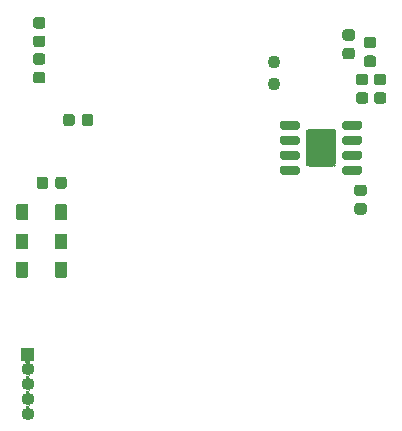
<source format=gbr>
G04 #@! TF.GenerationSoftware,KiCad,Pcbnew,5.1.8-1.fc33*
G04 #@! TF.CreationDate,2020-11-26T22:59:41+01:00*
G04 #@! TF.ProjectId,venom,76656e6f-6d2e-46b6-9963-61645f706362,rev?*
G04 #@! TF.SameCoordinates,Original*
G04 #@! TF.FileFunction,Soldermask,Bot*
G04 #@! TF.FilePolarity,Negative*
%FSLAX46Y46*%
G04 Gerber Fmt 4.6, Leading zero omitted, Abs format (unit mm)*
G04 Created by KiCad (PCBNEW 5.1.8-1.fc33) date 2020-11-26 22:59:41*
%MOMM*%
%LPD*%
G01*
G04 APERTURE LIST*
%ADD10C,1.102000*%
%ADD11O,1.102000X1.102000*%
%ADD12C,0.100000*%
G04 APERTURE END LIST*
D10*
X167894000Y-109728000D03*
X167894000Y-107828000D03*
G36*
G01*
X147774000Y-118361750D02*
X147774000Y-117798250D01*
G75*
G02*
X148018250Y-117554000I244250J0D01*
G01*
X148506750Y-117554000D01*
G75*
G02*
X148751000Y-117798250I0J-244250D01*
G01*
X148751000Y-118361750D01*
G75*
G02*
X148506750Y-118606000I-244250J0D01*
G01*
X148018250Y-118606000D01*
G75*
G02*
X147774000Y-118361750I0J244250D01*
G01*
G37*
G36*
G01*
X149349000Y-118361750D02*
X149349000Y-117798250D01*
G75*
G02*
X149593250Y-117554000I244250J0D01*
G01*
X150081750Y-117554000D01*
G75*
G02*
X150326000Y-117798250I0J-244250D01*
G01*
X150326000Y-118361750D01*
G75*
G02*
X150081750Y-118606000I-244250J0D01*
G01*
X149593250Y-118606000D01*
G75*
G02*
X149349000Y-118361750I0J244250D01*
G01*
G37*
G36*
G01*
X146039000Y-123670000D02*
X146039000Y-122470000D01*
G75*
G02*
X146090000Y-122419000I51000J0D01*
G01*
X146990000Y-122419000D01*
G75*
G02*
X147041000Y-122470000I0J-51000D01*
G01*
X147041000Y-123670000D01*
G75*
G02*
X146990000Y-123721000I-51000J0D01*
G01*
X146090000Y-123721000D01*
G75*
G02*
X146039000Y-123670000I0J51000D01*
G01*
G37*
G36*
G01*
X149339000Y-123670000D02*
X149339000Y-122470000D01*
G75*
G02*
X149390000Y-122419000I51000J0D01*
G01*
X150290000Y-122419000D01*
G75*
G02*
X150341000Y-122470000I0J-51000D01*
G01*
X150341000Y-123670000D01*
G75*
G02*
X150290000Y-123721000I-51000J0D01*
G01*
X149390000Y-123721000D01*
G75*
G02*
X149339000Y-123670000I0J51000D01*
G01*
G37*
G36*
G01*
X147041000Y-124850000D02*
X147041000Y-126050000D01*
G75*
G02*
X146990000Y-126101000I-51000J0D01*
G01*
X146090000Y-126101000D01*
G75*
G02*
X146039000Y-126050000I0J51000D01*
G01*
X146039000Y-124850000D01*
G75*
G02*
X146090000Y-124799000I51000J0D01*
G01*
X146990000Y-124799000D01*
G75*
G02*
X147041000Y-124850000I0J-51000D01*
G01*
G37*
G36*
G01*
X150341000Y-124850000D02*
X150341000Y-126050000D01*
G75*
G02*
X150290000Y-126101000I-51000J0D01*
G01*
X149390000Y-126101000D01*
G75*
G02*
X149339000Y-126050000I0J51000D01*
G01*
X149339000Y-124850000D01*
G75*
G02*
X149390000Y-124799000I51000J0D01*
G01*
X150290000Y-124799000D01*
G75*
G02*
X150341000Y-124850000I0J-51000D01*
G01*
G37*
G36*
G01*
X146049000Y-121160000D02*
X146049000Y-119960000D01*
G75*
G02*
X146100000Y-119909000I51000J0D01*
G01*
X147000000Y-119909000D01*
G75*
G02*
X147051000Y-119960000I0J-51000D01*
G01*
X147051000Y-121160000D01*
G75*
G02*
X147000000Y-121211000I-51000J0D01*
G01*
X146100000Y-121211000D01*
G75*
G02*
X146049000Y-121160000I0J51000D01*
G01*
G37*
G36*
G01*
X149349000Y-121160000D02*
X149349000Y-119960000D01*
G75*
G02*
X149400000Y-119909000I51000J0D01*
G01*
X150300000Y-119909000D01*
G75*
G02*
X150351000Y-119960000I0J-51000D01*
G01*
X150351000Y-121160000D01*
G75*
G02*
X150300000Y-121211000I-51000J0D01*
G01*
X149400000Y-121211000D01*
G75*
G02*
X149349000Y-121160000I0J51000D01*
G01*
G37*
G36*
G01*
X147718250Y-105619000D02*
X148281750Y-105619000D01*
G75*
G02*
X148526000Y-105863250I0J-244250D01*
G01*
X148526000Y-106351750D01*
G75*
G02*
X148281750Y-106596000I-244250J0D01*
G01*
X147718250Y-106596000D01*
G75*
G02*
X147474000Y-106351750I0J244250D01*
G01*
X147474000Y-105863250D01*
G75*
G02*
X147718250Y-105619000I244250J0D01*
G01*
G37*
G36*
G01*
X147718250Y-104044000D02*
X148281750Y-104044000D01*
G75*
G02*
X148526000Y-104288250I0J-244250D01*
G01*
X148526000Y-104776750D01*
G75*
G02*
X148281750Y-105021000I-244250J0D01*
G01*
X147718250Y-105021000D01*
G75*
G02*
X147474000Y-104776750I0J244250D01*
G01*
X147474000Y-104288250D01*
G75*
G02*
X147718250Y-104044000I244250J0D01*
G01*
G37*
G36*
G01*
X147718250Y-107104000D02*
X148281750Y-107104000D01*
G75*
G02*
X148526000Y-107348250I0J-244250D01*
G01*
X148526000Y-107836750D01*
G75*
G02*
X148281750Y-108081000I-244250J0D01*
G01*
X147718250Y-108081000D01*
G75*
G02*
X147474000Y-107836750I0J244250D01*
G01*
X147474000Y-107348250D01*
G75*
G02*
X147718250Y-107104000I244250J0D01*
G01*
G37*
G36*
G01*
X147718250Y-108679000D02*
X148281750Y-108679000D01*
G75*
G02*
X148526000Y-108923250I0J-244250D01*
G01*
X148526000Y-109411750D01*
G75*
G02*
X148281750Y-109656000I-244250J0D01*
G01*
X147718250Y-109656000D01*
G75*
G02*
X147474000Y-109411750I0J244250D01*
G01*
X147474000Y-108923250D01*
G75*
G02*
X147718250Y-108679000I244250J0D01*
G01*
G37*
G36*
G01*
X175058250Y-108844000D02*
X175621750Y-108844000D01*
G75*
G02*
X175866000Y-109088250I0J-244250D01*
G01*
X175866000Y-109576750D01*
G75*
G02*
X175621750Y-109821000I-244250J0D01*
G01*
X175058250Y-109821000D01*
G75*
G02*
X174814000Y-109576750I0J244250D01*
G01*
X174814000Y-109088250D01*
G75*
G02*
X175058250Y-108844000I244250J0D01*
G01*
G37*
G36*
G01*
X175058250Y-110419000D02*
X175621750Y-110419000D01*
G75*
G02*
X175866000Y-110663250I0J-244250D01*
G01*
X175866000Y-111151750D01*
G75*
G02*
X175621750Y-111396000I-244250J0D01*
G01*
X175058250Y-111396000D01*
G75*
G02*
X174814000Y-111151750I0J244250D01*
G01*
X174814000Y-110663250D01*
G75*
G02*
X175058250Y-110419000I244250J0D01*
G01*
G37*
G36*
G01*
X176578250Y-110419000D02*
X177141750Y-110419000D01*
G75*
G02*
X177386000Y-110663250I0J-244250D01*
G01*
X177386000Y-111151750D01*
G75*
G02*
X177141750Y-111396000I-244250J0D01*
G01*
X176578250Y-111396000D01*
G75*
G02*
X176334000Y-111151750I0J244250D01*
G01*
X176334000Y-110663250D01*
G75*
G02*
X176578250Y-110419000I244250J0D01*
G01*
G37*
G36*
G01*
X176578250Y-108844000D02*
X177141750Y-108844000D01*
G75*
G02*
X177386000Y-109088250I0J-244250D01*
G01*
X177386000Y-109576750D01*
G75*
G02*
X177141750Y-109821000I-244250J0D01*
G01*
X176578250Y-109821000D01*
G75*
G02*
X176334000Y-109576750I0J244250D01*
G01*
X176334000Y-109088250D01*
G75*
G02*
X176578250Y-108844000I244250J0D01*
G01*
G37*
G36*
G01*
X170594000Y-116460422D02*
X170594000Y-113779578D01*
G75*
G02*
X170854578Y-113519000I260578J0D01*
G01*
X172845422Y-113519000D01*
G75*
G02*
X173106000Y-113779578I0J-260578D01*
G01*
X173106000Y-116460422D01*
G75*
G02*
X172845422Y-116721000I-260578J0D01*
G01*
X170854578Y-116721000D01*
G75*
G02*
X170594000Y-116460422I0J260578D01*
G01*
G37*
G36*
G01*
X168349000Y-117200500D02*
X168349000Y-116849500D01*
G75*
G02*
X168524500Y-116674000I175500J0D01*
G01*
X169875500Y-116674000D01*
G75*
G02*
X170051000Y-116849500I0J-175500D01*
G01*
X170051000Y-117200500D01*
G75*
G02*
X169875500Y-117376000I-175500J0D01*
G01*
X168524500Y-117376000D01*
G75*
G02*
X168349000Y-117200500I0J175500D01*
G01*
G37*
G36*
G01*
X168349000Y-115930500D02*
X168349000Y-115579500D01*
G75*
G02*
X168524500Y-115404000I175500J0D01*
G01*
X169875500Y-115404000D01*
G75*
G02*
X170051000Y-115579500I0J-175500D01*
G01*
X170051000Y-115930500D01*
G75*
G02*
X169875500Y-116106000I-175500J0D01*
G01*
X168524500Y-116106000D01*
G75*
G02*
X168349000Y-115930500I0J175500D01*
G01*
G37*
G36*
G01*
X168349000Y-114660500D02*
X168349000Y-114309500D01*
G75*
G02*
X168524500Y-114134000I175500J0D01*
G01*
X169875500Y-114134000D01*
G75*
G02*
X170051000Y-114309500I0J-175500D01*
G01*
X170051000Y-114660500D01*
G75*
G02*
X169875500Y-114836000I-175500J0D01*
G01*
X168524500Y-114836000D01*
G75*
G02*
X168349000Y-114660500I0J175500D01*
G01*
G37*
G36*
G01*
X168349000Y-113390500D02*
X168349000Y-113039500D01*
G75*
G02*
X168524500Y-112864000I175500J0D01*
G01*
X169875500Y-112864000D01*
G75*
G02*
X170051000Y-113039500I0J-175500D01*
G01*
X170051000Y-113390500D01*
G75*
G02*
X169875500Y-113566000I-175500J0D01*
G01*
X168524500Y-113566000D01*
G75*
G02*
X168349000Y-113390500I0J175500D01*
G01*
G37*
G36*
G01*
X173649000Y-113390500D02*
X173649000Y-113039500D01*
G75*
G02*
X173824500Y-112864000I175500J0D01*
G01*
X175175500Y-112864000D01*
G75*
G02*
X175351000Y-113039500I0J-175500D01*
G01*
X175351000Y-113390500D01*
G75*
G02*
X175175500Y-113566000I-175500J0D01*
G01*
X173824500Y-113566000D01*
G75*
G02*
X173649000Y-113390500I0J175500D01*
G01*
G37*
G36*
G01*
X173649000Y-114660500D02*
X173649000Y-114309500D01*
G75*
G02*
X173824500Y-114134000I175500J0D01*
G01*
X175175500Y-114134000D01*
G75*
G02*
X175351000Y-114309500I0J-175500D01*
G01*
X175351000Y-114660500D01*
G75*
G02*
X175175500Y-114836000I-175500J0D01*
G01*
X173824500Y-114836000D01*
G75*
G02*
X173649000Y-114660500I0J175500D01*
G01*
G37*
G36*
G01*
X173649000Y-115930500D02*
X173649000Y-115579500D01*
G75*
G02*
X173824500Y-115404000I175500J0D01*
G01*
X175175500Y-115404000D01*
G75*
G02*
X175351000Y-115579500I0J-175500D01*
G01*
X175351000Y-115930500D01*
G75*
G02*
X175175500Y-116106000I-175500J0D01*
G01*
X173824500Y-116106000D01*
G75*
G02*
X173649000Y-115930500I0J175500D01*
G01*
G37*
G36*
G01*
X173649000Y-117200500D02*
X173649000Y-116849500D01*
G75*
G02*
X173824500Y-116674000I175500J0D01*
G01*
X175175500Y-116674000D01*
G75*
G02*
X175351000Y-116849500I0J-175500D01*
G01*
X175351000Y-117200500D01*
G75*
G02*
X175175500Y-117376000I-175500J0D01*
G01*
X173824500Y-117376000D01*
G75*
G02*
X173649000Y-117200500I0J175500D01*
G01*
G37*
G36*
G01*
X174918250Y-118224000D02*
X175481750Y-118224000D01*
G75*
G02*
X175726000Y-118468250I0J-244250D01*
G01*
X175726000Y-118956750D01*
G75*
G02*
X175481750Y-119201000I-244250J0D01*
G01*
X174918250Y-119201000D01*
G75*
G02*
X174674000Y-118956750I0J244250D01*
G01*
X174674000Y-118468250D01*
G75*
G02*
X174918250Y-118224000I244250J0D01*
G01*
G37*
G36*
G01*
X174918250Y-119799000D02*
X175481750Y-119799000D01*
G75*
G02*
X175726000Y-120043250I0J-244250D01*
G01*
X175726000Y-120531750D01*
G75*
G02*
X175481750Y-120776000I-244250J0D01*
G01*
X174918250Y-120776000D01*
G75*
G02*
X174674000Y-120531750I0J244250D01*
G01*
X174674000Y-120043250D01*
G75*
G02*
X174918250Y-119799000I244250J0D01*
G01*
G37*
G36*
G01*
X174481750Y-106051000D02*
X173918250Y-106051000D01*
G75*
G02*
X173674000Y-105806750I0J244250D01*
G01*
X173674000Y-105318250D01*
G75*
G02*
X173918250Y-105074000I244250J0D01*
G01*
X174481750Y-105074000D01*
G75*
G02*
X174726000Y-105318250I0J-244250D01*
G01*
X174726000Y-105806750D01*
G75*
G02*
X174481750Y-106051000I-244250J0D01*
G01*
G37*
G36*
G01*
X174481750Y-107626000D02*
X173918250Y-107626000D01*
G75*
G02*
X173674000Y-107381750I0J244250D01*
G01*
X173674000Y-106893250D01*
G75*
G02*
X173918250Y-106649000I244250J0D01*
G01*
X174481750Y-106649000D01*
G75*
G02*
X174726000Y-106893250I0J-244250D01*
G01*
X174726000Y-107381750D01*
G75*
G02*
X174481750Y-107626000I-244250J0D01*
G01*
G37*
G36*
G01*
X176281750Y-108276000D02*
X175718250Y-108276000D01*
G75*
G02*
X175474000Y-108031750I0J244250D01*
G01*
X175474000Y-107543250D01*
G75*
G02*
X175718250Y-107299000I244250J0D01*
G01*
X176281750Y-107299000D01*
G75*
G02*
X176526000Y-107543250I0J-244250D01*
G01*
X176526000Y-108031750D01*
G75*
G02*
X176281750Y-108276000I-244250J0D01*
G01*
G37*
G36*
G01*
X176281750Y-106701000D02*
X175718250Y-106701000D01*
G75*
G02*
X175474000Y-106456750I0J244250D01*
G01*
X175474000Y-105968250D01*
G75*
G02*
X175718250Y-105724000I244250J0D01*
G01*
X176281750Y-105724000D01*
G75*
G02*
X176526000Y-105968250I0J-244250D01*
G01*
X176526000Y-106456750D01*
G75*
G02*
X176281750Y-106701000I-244250J0D01*
G01*
G37*
G36*
G01*
X152566000Y-112478250D02*
X152566000Y-113041750D01*
G75*
G02*
X152321750Y-113286000I-244250J0D01*
G01*
X151833250Y-113286000D01*
G75*
G02*
X151589000Y-113041750I0J244250D01*
G01*
X151589000Y-112478250D01*
G75*
G02*
X151833250Y-112234000I244250J0D01*
G01*
X152321750Y-112234000D01*
G75*
G02*
X152566000Y-112478250I0J-244250D01*
G01*
G37*
G36*
G01*
X150991000Y-112478250D02*
X150991000Y-113041750D01*
G75*
G02*
X150746750Y-113286000I-244250J0D01*
G01*
X150258250Y-113286000D01*
G75*
G02*
X150014000Y-113041750I0J244250D01*
G01*
X150014000Y-112478250D01*
G75*
G02*
X150258250Y-112234000I244250J0D01*
G01*
X150746750Y-112234000D01*
G75*
G02*
X150991000Y-112478250I0J-244250D01*
G01*
G37*
G36*
G01*
X146461660Y-133093080D02*
X146461660Y-132093080D01*
G75*
G02*
X146512660Y-132042080I51000J0D01*
G01*
X147512660Y-132042080D01*
G75*
G02*
X147563660Y-132093080I0J-51000D01*
G01*
X147563660Y-133093080D01*
G75*
G02*
X147512660Y-133144080I-51000J0D01*
G01*
X146512660Y-133144080D01*
G75*
G02*
X146461660Y-133093080I0J51000D01*
G01*
G37*
D11*
X147012660Y-133863080D03*
X147012660Y-135133080D03*
X147012660Y-136403080D03*
X147012660Y-137673080D03*
D12*
G36*
X147185566Y-136923904D02*
G01*
X147186331Y-136925752D01*
X147185291Y-136927255D01*
X147169269Y-136935818D01*
X147150632Y-136951113D01*
X147135337Y-136969750D01*
X147123972Y-136991014D01*
X147116972Y-137014089D01*
X147114609Y-137038080D01*
X147116972Y-137062071D01*
X147123972Y-137085146D01*
X147135337Y-137106410D01*
X147150632Y-137125047D01*
X147169269Y-137140342D01*
X147185291Y-137148905D01*
X147186347Y-137150604D01*
X147185404Y-137152367D01*
X147183583Y-137152517D01*
X147172025Y-137147730D01*
X147066468Y-137126733D01*
X146958852Y-137126733D01*
X146853295Y-137147730D01*
X146841737Y-137152517D01*
X146839754Y-137152256D01*
X146838989Y-137150408D01*
X146840029Y-137148905D01*
X146856051Y-137140342D01*
X146874688Y-137125047D01*
X146889983Y-137106410D01*
X146901348Y-137085146D01*
X146908348Y-137062071D01*
X146910711Y-137038080D01*
X146908348Y-137014089D01*
X146901348Y-136991014D01*
X146889983Y-136969750D01*
X146874688Y-136951113D01*
X146856051Y-136935818D01*
X146840029Y-136927255D01*
X146838973Y-136925556D01*
X146839916Y-136923793D01*
X146841737Y-136923643D01*
X146853295Y-136928430D01*
X146958852Y-136949427D01*
X147066468Y-136949427D01*
X147172025Y-136928430D01*
X147183583Y-136923643D01*
X147185566Y-136923904D01*
G37*
G36*
X147185566Y-135653904D02*
G01*
X147186331Y-135655752D01*
X147185291Y-135657255D01*
X147169269Y-135665818D01*
X147150632Y-135681113D01*
X147135337Y-135699750D01*
X147123972Y-135721014D01*
X147116972Y-135744089D01*
X147114609Y-135768080D01*
X147116972Y-135792071D01*
X147123972Y-135815146D01*
X147135337Y-135836410D01*
X147150632Y-135855047D01*
X147169269Y-135870342D01*
X147185291Y-135878905D01*
X147186347Y-135880604D01*
X147185404Y-135882367D01*
X147183583Y-135882517D01*
X147172025Y-135877730D01*
X147066468Y-135856733D01*
X146958852Y-135856733D01*
X146853295Y-135877730D01*
X146841737Y-135882517D01*
X146839754Y-135882256D01*
X146838989Y-135880408D01*
X146840029Y-135878905D01*
X146856051Y-135870342D01*
X146874688Y-135855047D01*
X146889983Y-135836410D01*
X146901348Y-135815146D01*
X146908348Y-135792071D01*
X146910711Y-135768080D01*
X146908348Y-135744089D01*
X146901348Y-135721014D01*
X146889983Y-135699750D01*
X146874688Y-135681113D01*
X146856051Y-135665818D01*
X146840029Y-135657255D01*
X146838973Y-135655556D01*
X146839916Y-135653793D01*
X146841737Y-135653643D01*
X146853295Y-135658430D01*
X146958852Y-135679427D01*
X147066468Y-135679427D01*
X147172025Y-135658430D01*
X147183583Y-135653643D01*
X147185566Y-135653904D01*
G37*
G36*
X147185566Y-134383904D02*
G01*
X147186331Y-134385752D01*
X147185291Y-134387255D01*
X147169269Y-134395818D01*
X147150632Y-134411113D01*
X147135337Y-134429750D01*
X147123972Y-134451014D01*
X147116972Y-134474089D01*
X147114609Y-134498080D01*
X147116972Y-134522071D01*
X147123972Y-134545146D01*
X147135337Y-134566410D01*
X147150632Y-134585047D01*
X147169269Y-134600342D01*
X147185291Y-134608905D01*
X147186347Y-134610604D01*
X147185404Y-134612367D01*
X147183583Y-134612517D01*
X147172025Y-134607730D01*
X147066468Y-134586733D01*
X146958852Y-134586733D01*
X146853295Y-134607730D01*
X146841737Y-134612517D01*
X146839754Y-134612256D01*
X146838989Y-134610408D01*
X146840029Y-134608905D01*
X146856051Y-134600342D01*
X146874688Y-134585047D01*
X146889983Y-134566410D01*
X146901348Y-134545146D01*
X146908348Y-134522071D01*
X146910711Y-134498080D01*
X146908348Y-134474089D01*
X146901348Y-134451014D01*
X146889983Y-134429750D01*
X146874688Y-134411113D01*
X146856051Y-134395818D01*
X146840029Y-134387255D01*
X146838973Y-134385556D01*
X146839916Y-134383793D01*
X146841737Y-134383643D01*
X146853295Y-134388430D01*
X146958852Y-134409427D01*
X147066468Y-134409427D01*
X147172025Y-134388430D01*
X147183583Y-134383643D01*
X147185566Y-134383904D01*
G37*
G36*
X147336314Y-133143080D02*
G01*
X147336314Y-133145080D01*
X147334778Y-133146070D01*
X147310591Y-133148452D01*
X147287516Y-133155452D01*
X147266252Y-133166817D01*
X147247615Y-133182112D01*
X147232320Y-133200749D01*
X147220955Y-133222013D01*
X147213955Y-133245088D01*
X147211592Y-133269078D01*
X147213955Y-133293070D01*
X147220955Y-133316145D01*
X147232320Y-133337409D01*
X147247615Y-133356046D01*
X147266330Y-133371404D01*
X147270658Y-133374296D01*
X147271543Y-133376090D01*
X147270432Y-133377753D01*
X147268782Y-133377807D01*
X147172025Y-133337730D01*
X147066468Y-133316733D01*
X146958852Y-133316733D01*
X146853295Y-133337730D01*
X146756538Y-133377807D01*
X146754555Y-133377546D01*
X146753790Y-133375698D01*
X146754662Y-133374296D01*
X146758990Y-133371404D01*
X146777705Y-133356045D01*
X146793000Y-133337408D01*
X146804365Y-133316145D01*
X146811365Y-133293070D01*
X146813728Y-133269078D01*
X146811365Y-133245087D01*
X146804365Y-133222012D01*
X146793000Y-133200749D01*
X146777704Y-133182112D01*
X146759067Y-133166817D01*
X146737804Y-133155452D01*
X146714729Y-133148452D01*
X146690542Y-133146070D01*
X146688916Y-133144905D01*
X146689112Y-133142915D01*
X146690738Y-133142080D01*
X147334582Y-133142080D01*
X147336314Y-133143080D01*
G37*
G36*
X170595990Y-116460226D02*
G01*
X170600977Y-116510863D01*
X170615692Y-116559372D01*
X170639586Y-116604075D01*
X170671743Y-116643257D01*
X170710925Y-116675414D01*
X170755628Y-116699308D01*
X170804137Y-116714023D01*
X170854774Y-116719010D01*
X170856400Y-116720175D01*
X170856204Y-116722165D01*
X170854578Y-116723000D01*
X170761651Y-116723000D01*
X170761455Y-116722990D01*
X170723927Y-116719294D01*
X170723542Y-116719218D01*
X170693353Y-116710060D01*
X170692991Y-116709910D01*
X170665175Y-116695042D01*
X170664849Y-116694824D01*
X170640464Y-116674813D01*
X170640187Y-116674536D01*
X170620176Y-116650151D01*
X170619958Y-116649825D01*
X170605090Y-116622009D01*
X170604940Y-116621647D01*
X170595782Y-116591458D01*
X170595706Y-116591073D01*
X170592010Y-116553545D01*
X170592000Y-116553349D01*
X170592000Y-116460422D01*
X170593000Y-116458690D01*
X170595000Y-116458690D01*
X170595990Y-116460226D01*
G37*
G36*
X173107165Y-116458796D02*
G01*
X173108000Y-116460422D01*
X173108000Y-116553349D01*
X173107990Y-116553545D01*
X173104294Y-116591073D01*
X173104218Y-116591458D01*
X173095060Y-116621647D01*
X173094910Y-116622009D01*
X173080042Y-116649825D01*
X173079824Y-116650151D01*
X173059813Y-116674536D01*
X173059536Y-116674813D01*
X173035151Y-116694824D01*
X173034825Y-116695042D01*
X173007009Y-116709910D01*
X173006647Y-116710060D01*
X172976458Y-116719218D01*
X172976073Y-116719294D01*
X172938545Y-116722990D01*
X172938349Y-116723000D01*
X172845422Y-116723000D01*
X172843690Y-116722000D01*
X172843690Y-116720000D01*
X172845226Y-116719010D01*
X172895863Y-116714023D01*
X172944372Y-116699308D01*
X172989075Y-116675414D01*
X173028257Y-116643257D01*
X173060414Y-116604075D01*
X173084308Y-116559372D01*
X173099023Y-116510863D01*
X173104010Y-116460226D01*
X173105175Y-116458600D01*
X173107165Y-116458796D01*
G37*
G36*
X170856310Y-113518000D02*
G01*
X170856310Y-113520000D01*
X170854774Y-113520990D01*
X170804137Y-113525977D01*
X170755628Y-113540692D01*
X170710925Y-113564586D01*
X170671743Y-113596743D01*
X170639586Y-113635925D01*
X170615692Y-113680628D01*
X170600977Y-113729137D01*
X170595990Y-113779774D01*
X170594825Y-113781400D01*
X170592835Y-113781204D01*
X170592000Y-113779578D01*
X170592000Y-113686651D01*
X170592010Y-113686455D01*
X170595706Y-113648927D01*
X170595782Y-113648542D01*
X170604940Y-113618353D01*
X170605090Y-113617991D01*
X170619958Y-113590175D01*
X170620176Y-113589849D01*
X170640187Y-113565464D01*
X170640464Y-113565187D01*
X170664849Y-113545176D01*
X170665175Y-113544958D01*
X170692991Y-113530090D01*
X170693353Y-113529940D01*
X170723542Y-113520782D01*
X170723927Y-113520706D01*
X170761455Y-113517010D01*
X170761651Y-113517000D01*
X170854578Y-113517000D01*
X170856310Y-113518000D01*
G37*
G36*
X172938545Y-113517010D02*
G01*
X172976073Y-113520706D01*
X172976458Y-113520782D01*
X173006647Y-113529940D01*
X173007009Y-113530090D01*
X173034825Y-113544958D01*
X173035151Y-113545176D01*
X173059536Y-113565187D01*
X173059813Y-113565464D01*
X173079824Y-113589849D01*
X173080042Y-113590175D01*
X173094910Y-113617991D01*
X173095060Y-113618353D01*
X173104218Y-113648542D01*
X173104294Y-113648927D01*
X173107990Y-113686455D01*
X173108000Y-113686651D01*
X173108000Y-113779578D01*
X173107000Y-113781310D01*
X173105000Y-113781310D01*
X173104010Y-113779774D01*
X173099023Y-113729137D01*
X173084308Y-113680628D01*
X173060414Y-113635925D01*
X173028257Y-113596743D01*
X172989075Y-113564586D01*
X172944372Y-113540692D01*
X172895863Y-113525977D01*
X172845226Y-113520990D01*
X172843600Y-113519825D01*
X172843796Y-113517835D01*
X172845422Y-113517000D01*
X172938349Y-113517000D01*
X172938545Y-113517010D01*
G37*
M02*

</source>
